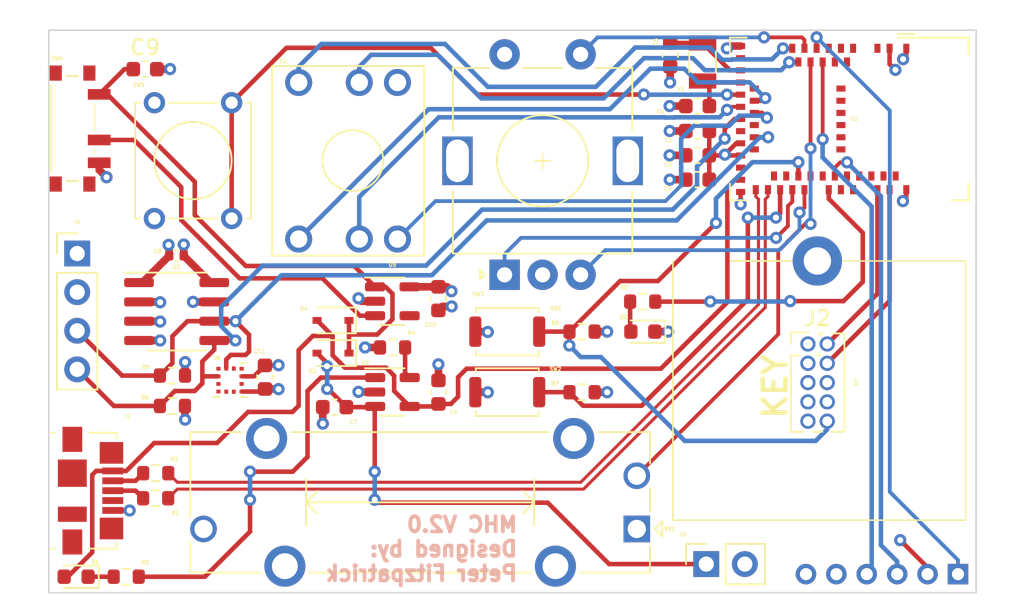
<source format=kicad_pcb>
(kicad_pcb (version 20211014) (generator pcbnew)
  (layers (0 "F.Cu" signal) (1 "In1.Cu" power "GND") (2 "In2.Cu" power "3.3V") (31 "B.Cu" signal) (34 "B.Paste" user) (35 "F.Paste" user) (36 "B.SilkS" user "B.Silkscreen") (37 "F.SilkS" user "F.Silkscreen") (38 "B.Mask" user) (39 "F.Mask" user) (44 "Edge.Cuts" user))
  (net 0 "")
  (net 1 "GND")
  (net 8 "P0.03{slash}AIN1")
  (net 9 "P0.29{slash}AIN5")
  (net 10 "P0.02{slash}AIN0")
  (net 11 "P0.31{slash}AIN7")
  (net 12 "P0.28{slash}AIN4")
  (net 13 "P0.30{slash}AIN6")
  (net 16 "P0.04{slash}AIN2")
  (net 17 "P0.05{slash}AIN3")
  (net 18 "P0.06")
  (net 19 "P0.07")
  (net 22 "+3.3V")
  (net 25 "VBUS")
  (net 26 "Net-(J1-Pad2)")
  (net 27 "Net-(J1-Pad3)")
  (net 29 "P0.13")
  (net 31 "P0.15")
  (net 32 "RESET")
  (net 33 "P0.17")
  (net 34 "P0.19")
  (net 35 "P0.21")
  (net 36 "P0.20")
  (net 37 "P0.23")
  (net 38 "P0.22")
  (net 43 "SWDIO")
  (net 45 "SWCLK")
  (net 53 "Net-(R3-Pad2)")
  (net 54 "+BATT")
  (net 55 "Net-(R4-Pad1)")
  (net 56 "Net-(C5-Pad2)")
  (net 57 "Net-(C9-Pad1)")
  (net 58 "Net-(C6-Pad1)")
  (net 59 "Net-(D1-Pad1)")
  (net 60 "D-")
  (net 61 "D+")
  (net 63 "Net-(SW4-Pad2)")
  (net 64 "SDA")
  (net 65 "SCL")
  (net 78 "Net-(D2-Pad2)")
  (footprint "Package_LGA:Kionix_LGA-12_2x2mm_P0.5mm_LayoutBorder2x4y" (layer "F.Cu") (at 29.9042 44.2896)
    (fp_text reference "U6")
    (fp_text value "MXC6655XA")
  )
  (footprint "Diode_SMD:D_SOD-323" (layer "F.Cu") (at 36.68 40.36 180)
    (fp_text reference "D4")
    (fp_text value "BAT20J")
  )
  (footprint "Package_SO:SOIC-8_3.9x4.9mm_P1.27mm" (layer "F.Cu") (at 26.3906 39.7764)
    (fp_text reference "U3")
    (fp_text value "CAT24C256")
  )
  (footprint "Button_Switch_THT:SW_Tactile_Straight_KSL0Axx1LFTR" (layer "F.Cu") (at 24.93 33.6575 90)
    (fp_text reference "SW5")
    (fp_text value "Button_0")
  )
  (footprint "Resistor_SMD:R_0603_1608Metric" (layer "F.Cu") (at 57.0484 39.124)
    (fp_text reference "R5")
    (fp_text value "1k")
  )
  (footprint "Connector_PinSocket_2.54mm:PinSocket_1x02_P2.54mm_Vertical" (layer "F.Cu") (at 61.23 56.39 90)
    (fp_text reference "J3")
    (fp_text value "BATT")
  )
  (footprint "Crystal:Crystal_SMD_3215-2Pin_3.2x1.5mm" (layer "F.Cu") (at 60.99 23.36 90)
    (fp_text reference "Y1")
    (fp_text value "32.768kHz")
  )
  (footprint "Capacitor_SMD:C_0603_1608Metric" (layer "F.Cu") (at 36.78 46.065 180)
    (fp_text reference "C7")
    (fp_text value "4u7")
  )
  (footprint "Capacitor_SMD:C_0603_1608Metric" (layer "F.Cu") (at 32.2032 44.0944 90)
    (fp_text reference "C11")
    (fp_text value "4u7")
  )
  (footprint "Connector_USB:USB_Micro-B_Molex_47346-0001" (layer "F.Cu") (at 20.73 51.56 -90)
    (fp_text reference "J1")
    (fp_text value "USB_B_Micro")
  )
  (footprint "Resistor_SMD:R_0603_1608Metric" (layer "F.Cu") (at 26.114 45.9874 180)
    (fp_text reference "R8")
    (fp_text value "2k2")
  )
  (footprint "Diode_SMD:D_SOD-323" (layer "F.Cu") (at 36.68 42.51 180)
    (fp_text reference "D3")
    (fp_text value "BAT20J")
  )
  (footprint "Capacitor_SMD:C_0603_1608Metric" (layer "F.Cu") (at 60.66 26.26 180)
    (fp_text reference "C6")
    (fp_text value "15pF")
  )
  (footprint "Package_TO_SOT_SMD:SOT-23-5" (layer "F.Cu") (at 40.585 45.07)
    (fp_text reference "U2")
    (fp_text value "MCP73831-2-OT")
  )
  (footprint "Button_Switch_SMD:SW_Push_SPST_NO_Alps_SKRK" (layer "F.Cu") (at 48.14 45.08)
    (fp_text reference "SW2")
    (fp_text value "BOOT")
  )
  (footprint "Potentiometer_THT:Potentiometer_Bourns_PTA1543_Single_Slide" (layer "F.Cu") (at 56.66 54.0775 180)
    (fp_text reference "RV1")
    (fp_text value "Slider")
  )
  (footprint "Capacitor_SMD:C_0603_1608Metric" (layer "F.Cu") (at 43.61 38.925 -90)
    (fp_text reference "C10")
    (fp_text value "1uF")
  )
  (footprint "LED_SMD:LED_0603_1608Metric" (layer "F.Cu") (at 57.0579 41.0972 180)
    (fp_text reference "D2")
    (fp_text value "Blue")
  )
  (footprint "Rotary_Encoder:RotaryEncoder_Alps_EC11E-Switch_Vertical_H20mm" (layer "F.Cu") (at 47.965 37.36 90)
    (fp_text reference "SW3")
    (fp_text value "RotaryEncoder_Switch")
  )
  (footprint "Resistor_SMD:R_0603_1608Metric" (layer "F.Cu") (at 53.0606 45.085 180)
    (fp_text reference "R7")
    (fp_text value "10k")
  )
  (footprint "Capacitor_SMD:C_0402_1005Metric" (layer "F.Cu") (at 26.38 36.11 180)
    (fp_text reference "C8")
    (fp_text value "100nF")
  )
  (footprint "Resistor_SMD:R_0603_1608Metric" (layer "F.Cu") (at 25.015 50.41 180)
    (fp_text reference "R2")
    (fp_text value "27R")
  )
  (footprint "RF_Module:Raytac_MDBT50Q" (layer "F.Cu") (at 70.64 27.11 -90)
    (fp_text reference "U1")
    (fp_text value "MDBT50Q-P1MV2")
  )
  (footprint "Capacitor_SMD:C_0603_1608Metric" (layer "F.Cu") (at 24.3128 23.8332)
    (fp_text reference "C9")
    (fp_text value "1uF")
  )
  (footprint "Capacitor_SMD:C_0603_1608Metric" (layer "F.Cu") (at 60.655 31.1 180)
    (fp_text reference "C2")
    (fp_text value "10uF")
  )
  (footprint "Capacitor_SMD:C_0603_1608Metric" (layer "F.Cu") (at 43.615 45.08 90)
    (fp_text reference "C4")
    (fp_text value "4u7")
  )
  (footprint "LED_SMD:LED_0603_1608Metric" (layer "F.Cu") (at 19.78 57.22 180)
    (fp_text reference "D1")
    (fp_text value "Yellow")
  )
  (footprint "Button_Switch_SMD:SW_SPDT_PCM12" (layer "F.Cu") (at 19.87 27.74 -90)
    (fp_text reference "SW4")
    (fp_text value "SW_SPDT")
  )
  (footprint "Resistor_SMD:R_0603_1608Metric" (layer "F.Cu") (at 25.01 52.06 180)
    (fp_text reference "R1")
    (fp_text value "27R")
  )
  (footprint "Resistor_SMD:R_0603_1608Metric" (layer "F.Cu") (at 40.595 42.14 180)
    (fp_text reference "R4")
    (fp_text value "2k")
  )
  (footprint "Button_Switch_THT:SKQUCAA010" (layer "F.Cu") (at 37.955 29.8475 90)
    (fp_text reference "S1")
    (fp_text value "5WAY_0")
  )
  (footprint "Capacitor_SMD:C_0603_1608Metric" (layer "F.Cu") (at 60.655 29.5 180)
    (fp_text reference "C3")
    (fp_text value "0.1uF")
  )
  (footprint "Connector_PinHeader_1.27mm:PinHeader_2x05_P1.27mm_Vertical" (layer "F.Cu") (at 67.9196 41.91)
    (fp_text reference "J2")
    (fp_text value "Conn_ARM_JTAG_SWD_10")
  )
  (footprint "Package_TO_SOT_SMD:SOT-23-5" (layer "F.Cu") (at 40.58 39.1)
    (fp_text reference "U5")
    (fp_text value "AP2112K-3.3")
  )
  (footprint "Capacitor_SMD:C_0603_1608Metric" (layer "F.Cu") (at 58.86 22.885 90)
    (fp_text reference "C5")
    (fp_text value "15pF")
  )
  (footprint "Capacitor_SMD:C_0603_1608Metric" (layer "F.Cu") (at 60.66 27.9 180)
    (fp_text reference "C1")
    (fp_text value "10uF")
  )
  (footprint "Connector_PinHeader_2.54mm:PinHeader_1x04_P2.54mm_Vertical" (layer "F.Cu") (at 19.85 35.96)
    (fp_text reference "J4")
    (fp_text value "OLED")
  )
  (footprint "Button_Switch_SMD:SW_Push_SPST_NO_Alps_SKRK" (layer "F.Cu") (at 48.14 41.1)
    (fp_text reference "SW1")
    (fp_text value "RESET")
  )
  (footprint "Resistor_SMD:R_0603_1608Metric" (layer "F.Cu") (at 53.0606 41.0972 180)
    (fp_text reference "R6")
    (fp_text value "10k")
  )
  (footprint "Resistor_SMD:R_0603_1608Metric" (layer "F.Cu") (at 23.075 57.22)
    (fp_text reference "R3")
    (fp_text value "1k")
  )
  (footprint "Resistor_SMD:R_0603_1608Metric" (layer "F.Cu") (at 26.1178 43.9888 180)
    (fp_text reference "R9")
    (fp_text value "2k2")
  )
  (footprint "Potentiometer_THT:JP19-012" (layer "F.Cu") (at 69.19 44.45 -90)
    (fp_text reference "U4")
    (fp_text value "JP19-012")
  )
  (gr_line (start 78.98 58.27) (end 78.98 21.27) (layer "Edge.Cuts") (width 0.1))
  (gr_line (start 17.98 21.27) (end 78.98 21.27) (layer "Edge.Cuts") (width 0.1))
  (gr_line (start 17.98 58.27) (end 17.98 21.27) (layer "Edge.Cuts") (width 0.1))
  (gr_line (start 17.98 58.27) (end 78.98 58.27) (layer "Edge.Cuts") (width 0.1))
  (gr_text "MHC V2.0\nDesigned by: \nPeter Fitzpatrick" (at 48.9204 55.3974) (layer "B.SilkS") (effects (font (size 1 1) (thickness 0.25)) (justify left mirror)))
  (gr_text "KEY" (at 65.7606 44.704 90) (layer "F.SilkS") (effects (font (size 1.5 1.5) (thickness 0.3))))
  (segment (start 21.3 30.46) (end 21.78 30.94) (width 0.5) (layer "F.Cu") (net 1))
  (segment (start 63.49 22.31) (end 62.7445 22.31) (width 0.5) (layer "F.Cu") (net 1))
  (segment (start 59.885 27.9) (end 58.83 27.9) (width 0.5) (layer "F.Cu") (net 1))
  (segment (start 58.8205 26.26) (end 58.82 26.2595) (width 0.5) (layer "F.Cu") (net 1))
  (segment (start 25.0878 23.8332) (end 25.9508 23.8332) (width 0.5) (layer "F.Cu") (net 1))
  (segment (start 23.9156 41.6814) (end 25.3078 41.6814) (width 0.5) (layer "F.Cu") (net 1))
  (segment (start 46.85 45.08) (end 46.86 45.09) (width 0.5) (layer "F.Cu") (net 1))
  (segment (start 59.88 31.1) (end 58.83 31.1) (width 0.5) (layer "F.Cu") (net 1))
  (segment (start 22.19 52.86) (end 23.294228 52.86) (width 0.3) (layer "F.Cu") (net 1))
  (segment (start 38.550327 39.1) (end 38.354541 38.904214) (width 0.5) (layer "F.Cu") (net 1))
  (segment (start 46.84 41.1) (end 46.86 41.12) (width 0.5) (layer "F.Cu") (net 1))
  (segment (start 39.4425 39.1) (end 38.550327 39.1) (width 0.5) (layer "F.Cu") (net 1))
  (segment (start 23.9156 37.8714) (end 24.1386 37.8714) (width 0.5) (layer "F.Cu") (net 1))
  (segment (start 74.39 32.29) (end 74.39 31.76) (width 0.3) (layer "F.Cu") (net 1))
  (segment (start 57.8454 41.0972) (end 58.7248 41.0972) (width 0.5) (layer "F.Cu") (net 1))
  (segment (start 43.615 44.305) (end 43.615 43.255) (width 0.5) (layer "F.Cu") (net 1))
  (segment (start 25.9 35.430989) (end 25.860734 35.391723) (width 0.5) (layer "F.Cu") (net 1))
  (segment (start 21.3 29.99) (end 21.3 30.46) (width 0.5) (layer "F.Cu") (net 1))
  (segment (start 23.9156 40.4114) (end 25.2824 40.4114) (width 0.5) (layer "F.Cu") (net 1))
  (segment (start 33.0838 43.3194) (end 33.0962 43.307) (width 0.3) (layer "F.Cu") (net 1))
  (segment (start 59.885 26.26) (end 58.8205 26.26) (width 0.5) (layer "F.Cu") (net 1))
  (segment (start 36.005 46.065) (end 36.005 47.145) (width 0.5) (layer "F.Cu") (net 1))
  (segment (start 75.79 56.613) (end 73.9902 54.8132) (width 0.3) (layer "F.Cu") (net 1))
  (segment (start 58.86 23.66) (end 58.86 24.7) (width 0.5) (layer "F.Cu") (net 1))
  (segment (start 38.7872 42.14) (end 38.7858 42.1386) (width 0.5) (layer "F.Cu") (net 1))
  (segment (start 39.77 42.14) (end 38.7872 42.14) (width 0.5) (layer "F.Cu") (net 1))
  (segment (start 62.7445 22.31) (end 62.59 22.4645) (width 0.5) (layer "F.Cu") (net 1))
  (segment (start 32.2032 43.3194) (end 33.0838 43.3194) (width 0.3) (layer "F.Cu") (net 1))
  (segment (start 63.49 31.91) (end 63.49 32.72) (width 0.3) (layer "F.Cu") (net 1))
  (segment (start 46.04 41.1) (end 46.84 41.1) (width 0.5) (layer "F.Cu") (net 1))
  (segment (start 43.615 43.255) (end 43.61 43.25) (width 0.5) (layer "F.Cu") (net 1))
  (segment (start 36.005 47.145) (end 36.01 47.15) (width 0.5) (layer "F.Cu") (net 1))
  (segment (start 59.88 29.5) (end 58.82 29.5) (width 0.5) (layer "F.Cu") (net 1))
  (segment (start 43.870557 39.439443) (end 43.61 39.7) (width 0.5) (layer "F.Cu") (net 1))
  (segment (start 46.04 45.08) (end 46.85 45.08) (width 0.5) (layer "F.Cu") (net 1))
  (segment (start 28.8656 39.1414) (end 27.4668 39.1414) (width 0.5) (layer "F.Cu") (net 1))
  (segment (start 25.2824 40.4114) (end 25.3078 40.4368) (width 0.5) (layer "F.Cu") (net 1))
  (segment (start 74.168 32.512) (end 74.39 32.29) (width 0.3) (layer "F.Cu") (net 1))
  (segment (start 25.9508 23.8332) (end 25.9588 23.8252) (width 0.5) (layer "F.Cu") (net 1))
  (segment (start 74.39 22.46) (end 74.39 22.963954) (width 0.3) (layer "F.Cu") (net 1))
  (segment (start 25.2824 39.1414) (end 25.3078 39.1668) (width 0.5) (layer "F.Cu") (net 1))
  (segment (start 25.9 36.11) (end 25.9 35.430989) (width 0.5) (layer "F.Cu") (net 1))
  (segment (start 58.86 24.7) (end 58.85 24.71) (width 0.5) (layer "F.Cu") (net 1))
  (segment (start 38.3644 45.07) (end 38.354 45.0596) (width 0.5) (layer "F.Cu") (net 1))
  (segment (start 75.79 57.05) (end 75.79 56.613) (width 0.3) (layer "F.Cu") (net 1))
  (segment (start 23.294228 52.86) (end 23.298491 52.864263) (width 0.3) (layer "F.Cu") (net 1))
  (segment (start 73.29 23.4955) (end 73.6745 23.88) (width 0.3) (layer "F.Cu") (net 1))
  (segment (start 44.480983 39.439443) (end 43.870557 39.439443) (width 0.5) (layer "F.Cu") (net 1))
  (segment (start 23.9156 39.1414) (end 25.2824 39.1414) (width 0.5) (layer "F.Cu") (net 1))
  (segment (start 74.39 22.963954) (end 74.178749 23.175205) (width 0.3) (layer "F.Cu") (net 1))
  (segment (start 31.483 44.0396) (end 32.2032 43.3194) (width 0.3) (layer "F.Cu") (net 1))
  (segment (start 73.29 22.46) (end 73.29 23.4955) (width 0.3) (layer "F.Cu") (net 1))
  (segment (start 30.7192 44.0396) (end 31.483 44.0396) (width 0.3) (layer "F.Cu") (net 1))
  (segment (start 39.4475 45.07) (end 38.3644 45.07) (width 0.5) (layer "F.Cu") (net 1))
  (segment (start 24.1386 37.8714) (end 25.9 36.11) (width 0.5) (layer "F.Cu") (net 1))
  (via (at 21.78 30.94) (size 0.8) (drill 0.4) (layers "F.Cu" "B.Cu") (net 1))
  (via (at 46.86 45.09) (size 0.8) (drill 0.4) (layers "F.Cu" "B.Cu") (net 1))
  (via (at 58.83 31.1) (size 0.8) (drill 0.4) (layers "F.Cu" "B.Cu") (net 1))
  (via (at 74.168 32.512) (size 0.8) (drill 0.4) (layers "F.Cu" "B.Cu") (net 1))
  (via (at 25.3078 40.4368) (size 0.8) (drill 0.4) (layers "F.Cu" "B.Cu") (net 1))
  (via (at 38.7858 42.1386) (size 0.8) (drill 0.4) (layers "F.Cu" "B.Cu") (net 1))
  (via (at 73.6745 23.88) (size 0.8) (drill 0.4) (layers "F.Cu" "B.Cu") (net 1))
  (via (at 58.83 27.9) (size 0.8) (drill 0.4) (layers "F.Cu" "B.Cu") (net 1))
  (via (at 36.01 47.15) (size 0.8) (drill 0.4) (layers "F.Cu" "B.Cu") (net 1))
  (via (at 44.480983 39.439443) (size 0.8) (drill 0.4) (layers "F.Cu" "B.Cu") (net 1))
  (via (at 25.3078 39.1668) (size 0.8) (drill 0.4) (layers "F.Cu" "B.Cu") (net 1))
  (via (at 43.61 43.25) (size 0.8) (drill 0.4) (layers "F.Cu" "B.Cu") (net 1))
  (via (at 58.85 24.71) (size 0.8) (drill 0.4) (layers "F.Cu" "B.Cu") (net 1))
  (via (at 58.82 26.2595) (size 0.8) (drill 0.4) (layers "F.Cu" "B.Cu") (net 1))
  (via (at 33.0962 43.307) (size 0.8) (drill 0.4) (layers "F.Cu" "B.Cu") (net 1))
  (via (at 25.9588 23.8252) (size 0.8) (drill 0.4) (layers "F.Cu" "B.Cu") (net 1))
  (via (at 74.178749 23.175205) (size 0.8) (drill 0.4) (layers "F.Cu" "B.Cu") (net 1))
  (via (at 46.86 41.12) (size 0.8) (drill 0.4) (layers "F.Cu" "B.Cu") (net 1))
  (via (at 58.82 29.5) (size 0.8) (drill 0.4) (layers "F.Cu" "B.Cu") (net 1))
  (via (at 38.354541 38.904214) (size 0.8) (drill 0.4) (layers "F.Cu" "B.Cu") (net 1))
  (via (at 58.7248 41.0972) (size 0.8) (drill 0.4) (layers "F.Cu" "B.Cu") (net 1))
  (via (at 63.49 32.72) (size 0.8) (drill 0.4) (layers "F.Cu" "B.Cu") (net 1))
  (via (at 73.9902 54.8132) (size 0.8) (drill 0.4) (layers "F.Cu" "B.Cu") (net 1))
  (via (at 38.354 45.0596) (size 0.8) (drill 0.4) (layers "F.Cu" "B.Cu") (net 1))
  (via (at 62.59 22.4645) (size 0.8) (drill 0.4) (layers "F.Cu" "B.Cu") (net 1))
  (via (at 23.298491 52.864263) (size 0.8) (drill 0.4) (layers "F.Cu" "B.Cu") (net 1))
  (via (at 25.860734 35.391723) (size 0.8) (drill 0.4) (layers "F.Cu" "B.Cu") (net 1))
  (via (at 25.3078 41.6814) (size 0.8) (drill 0.4) (layers "F.Cu" "B.Cu") (net 1))
  (via (at 27.4668 39.1414) (size 0.8) (drill 0.4) (layers "F.Cu" "B.Cu") (net 1))
  (segment (start 68.89 28.436997) (end 68.888356 28.438641) (width 0.25) (layer "F.Cu") (net 8))
  (segment (start 68.89 23.36) (end 68.89 28.436997) (width 0.25) (layer "F.Cu") (net 8))
  (via (at 68.888356 28.438641) (size 0.8) (drill 0.4) (layers "F.Cu" "B.Cu") (net 8))
  (segment (start 72.1106 32.8676) (end 68.8848 29.6418) (width 0.3) (layer "B.Cu") (net 8))
  (segment (start 72.1106 56.7294) (end 72.1106 32.8676) (width 0.3) (layer "B.Cu") (net 8))
  (segment (start 68.8848 29.6418) (end 68.8848 28.442197) (width 0.3) (layer "B.Cu") (net 8))
  (segment (start 71.79 57.05) (end 72.1106 56.7294) (width 0.3) (layer "B.Cu") (net 8))
  (segment (start 68.8848 28.442197) (end 68.888356 28.438641) (width 0.3) (layer "B.Cu") (net 8))
  (segment (start 68.49 22.46) (end 68.49 21.74) (width 0.25) (layer "F.Cu") (net 9))
  (via (at 68.49 21.74) (size 0.8) (drill 0.4) (layers "F.Cu" "B.Cu") (net 9))
  (segment (start 73.3044 26.5544) (end 68.49 21.74) (width 0.25) (layer "B.Cu") (net 9))
  (segment (start 77.79 57.05) (end 77.79 56.1238) (width 0.25) (layer "B.Cu") (net 9))
  (segment (start 77.79 56.1238) (end 73.3044 51.6382) (width 0.25) (layer "B.Cu") (net 9))
  (segment (start 73.3044 51.6382) (end 73.3044 26.5544) (width 0.25) (layer "B.Cu") (net 9))
  (segment (start 66.0974 35.655) (end 65.9638 35.7886) (width 0.25) (layer "F.Cu") (net 10))
  (segment (start 67.7424 34.01) (end 66.545 35.2074) (width 0.25) (layer "F.Cu") (net 10))
  (segment (start 65.9638 41.2737) (end 56.66 50.5775) (width 0.25) (layer "F.Cu") (net 10))
  (segment (start 66.545 35.2074) (end 66.545 35.230305) (width 0.25) (layer "F.Cu") (net 10))
  (segment (start 65.9638 35.7886) (end 65.9638 41.2737) (width 0.25) (layer "F.Cu") (net 10))
  (segment (start 68.09 34.01) (end 67.7424 34.01) (width 0.25) (layer "F.Cu") (net 10))
  (segment (start 66.120305 35.655) (end 66.0974 35.655) (width 0.25) (layer "F.Cu") (net 10))
  (segment (start 68.09 23.36) (end 68.09 29.04) (width 0.25) (layer "F.Cu") (net 10))
  (segment (start 66.545 35.230305) (end 66.120305 35.655) (width 0.25) (layer "F.Cu") (net 10))
  (via (at 68.09 29.04) (size 0.8) (drill 0.4) (layers "F.Cu" "B.Cu") (net 10))
  (via (at 68.09 34.01) (size 0.8) (drill 0.4) (layers "F.Cu" "B.Cu") (net 10))
  (segment (start 68.09 29.04) (end 68.09 34.01) (width 0.25) (layer "B.Cu") (net 10))
  (segment (start 65.03 21.74) (end 67.52 21.74) (width 0.25) (layer "F.Cu") (net 11))
  (segment (start 67.69 21.91) (end 67.69 22.46) (width 0.25) (layer "F.Cu") (net 11))
  (segment (start 67.52 21.74) (end 67.69 21.91) (width 0.25) (layer "F.Cu") (net 11))
  (via (at 65.03 21.74) (size 0.8) (drill 0.4) (layers "F.Cu" "B.Cu") (net 11))
  (segment (start 65.03 21.74) (end 54.085 21.74) (width 0.25) (layer "B.Cu") (net 11))
  (segment (start 54.085 21.74) (end 52.965 22.86) (width 0.25) (layer "B.Cu") (net 11))
  (segment (start 67.29 23.36) (end 66.704222 23.36) (width 0.3) (layer "F.Cu") (net 12))
  (segment (start 66.704222 23.36) (end 66.68671 23.377512) (width 0.3) (layer "F.Cu") (net 12))
  (via (at 66.68671 23.377512) (size 0.8) (drill 0.4) (layers "F.Cu" "B.Cu") (net 12))
  (segment (start 57.1286 23.11) (end 54.483 25.7556) (width 0.3) (layer "B.Cu") (net 12))
  (segment (start 66.68671 23.377512) (end 66.682488 23.377512) (width 0.3) (layer "B.Cu") (net 12))
  (segment (start 46.4312 25.7556) (end 43.561 22.8854) (width 0.3) (layer "B.Cu") (net 12))
  (segment (start 60.35 23.11) (end 57.1286 23.11) (width 0.3) (layer "B.Cu") (net 12))
  (segment (start 61.14 23.9) (end 60.35 23.11) (width 0.3) (layer "B.Cu") (net 12))
  (segment (start 38.405 23.6726) (end 38.405 24.7075) (width 0.3) (layer "B.Cu") (net 12))
  (segment (start 39.1922 22.8854) (end 38.405 23.6726) (width 0.3) (layer "B.Cu") (net 12))
  (segment (start 66.16 23.9) (end 61.14 23.9) (width 0.3) (layer "B.Cu") (net 12))
  (segment (start 54.483 25.7556) (end 46.4312 25.7556) (width 0.3) (layer "B.Cu") (net 12))
  (segment (start 43.561 22.8854) (end 39.1922 22.8854) (width 0.3) (layer "B.Cu") (net 12))
  (segment (start 66.682488 23.377512) (end 66.16 23.9) (width 0.3) (layer "B.Cu") (net 12))
  (segment (start 66.2845 22.46) (end 66.28 22.4645) (width 0.25) (layer "F.Cu") (net 13))
  (segment (start 66.89 22.46) (end 66.2845 22.46) (width 0.25) (layer "F.Cu") (net 13))
  (via (at 66.28 22.4645) (size 0.8) (drill 0.4) (layers "F.Cu" "B.Cu") (net 13))
  (segment (start 62.279339 23.2145) (end 61.474839 22.41) (width 0.3) (layer "B.Cu") (net 13))
  (segment (start 53.975 24.9936) (end 46.863 24.9936) (width 0.3) (layer "B.Cu") (net 13))
  (segment (start 46.863 24.9936) (end 44.0436 22.1742) (width 0.3) (layer "B.Cu") (net 13))
  (segment (start 44.0436 22.1742) (end 35.9156 22.1742) (width 0.3) (layer "B.Cu") (net 13))
  (segment (start 62.925661 23.1895) (end 62.900661 23.2145) (width 0.3) (layer "B.Cu") (net 13))
  (segment (start 66.28 22.4645) (end 65.555 23.1895) (width 0.3) (layer "B.Cu") (net 13))
  (segment (start 34.42 23.6698) (end 34.42 24.7075) (width 0.3) (layer "B.Cu") (net 13))
  (segment (start 35.9156 22.1742) (end 34.42 23.6698) (width 0.3) (layer "B.Cu") (net 13))
  (segment (start 56.5586 22.41) (end 53.975 24.9936) (width 0.3) (layer "B.Cu") (net 13))
  (segment (start 65.555 23.1895) (end 62.925661 23.1895) (width 0.3) (layer "B.Cu") (net 13))
  (segment (start 62.900661 23.2145) (end 62.279339 23.2145) (width 0.3) (layer "B.Cu") (net 13))
  (segment (start 61.474839 22.41) (end 56.5586 22.41) (width 0.3) (layer "B.Cu") (net 13))
  (segment (start 43.1038 22.4282) (end 33.6193 22.4282) (width 0.3) (layer "F.Cu") (net 16))
  (segment (start 33.6193 22.4282) (end 30.01 26.0375) (width 0.3) (layer "F.Cu") (net 16))
  (segment (start 46.1772 25.5016) (end 43.1038 22.4282) (width 0.3) (layer "F.Cu") (net 16))
  (segment (start 63.49 25.51) (end 62.59 25.51) (width 0.3) (layer "F.Cu") (net 16))
  (segment (start 57.1246 25.5016) (end 46.1772 25.5016) (width 0.3) (layer "F.Cu") (net 16))
  (segment (start 30.01 26.0375) (end 30.01 33.6575) (width 0.3) (layer "F.Cu") (net 16))
  (via (at 57.1246 25.5016) (size 0.8) (drill 0.4) (layers "F.Cu" "B.Cu") (net 16))
  (via (at 62.59 25.51) (size 0.8) (drill 0.4) (layers "F.Cu" "B.Cu") (net 16))
  (segment (start 62.59 25.51) (end 57.133 25.51) (width 0.3) (layer "B.Cu") (net 16))
  (segment (start 57.133 25.51) (end 57.1246 25.5016) (width 0.3) (layer "B.Cu") (net 16))
  (segment (start 64.937824 25.91) (end 64.39 25.91) (width 0.3) (layer "F.Cu") (net 17))
  (segment (start 65.113912 25.733912) (end 64.937824 25.91) (width 0.3) (layer "F.Cu") (net 17))
  (via (at 65.113912 25.733912) (size 0.8) (drill 0.4) (layers "F.Cu" "B.Cu") (net 17))
  (segment (start 54.8894 26.4668) (end 42.9607 26.4668) (width 0.3) (layer "B.Cu") (net 17))
  (segment (start 57.5562 23.8) (end 54.8894 26.4668) (width 0.3) (layer "B.Cu") (net 17))
  (segment (start 64.075 24.695) (end 60.675 24.695) (width 0.3) (layer "B.Cu") (net 17))
  (segment (start 42.9607 26.4668) (end 34.42 35.0075) (width 0.3) (layer "B.Cu") (net 17))
  (segment (start 60.675 24.695) (end 59.78 23.8) (width 0.3) (layer "B.Cu") (net 17))
  (segment (start 59.78 23.8) (end 57.5562 23.8) (width 0.3) (layer "B.Cu") (net 17))
  (segment (start 65.113912 25.733912) (end 64.075 24.695) (width 0.3) (layer "B.Cu") (net 17))
  (segment (start 63.49 26.31) (end 62.800669 26.31) (width 0.25) (layer "F.Cu") (net 18))
  (segment (start 62.800669 26.31) (end 62.60123 26.509439) (width 0.25) (layer "F.Cu") (net 18))
  (via (at 62.60123 26.509439) (size 0.8) (drill 0.4) (layers "F.Cu" "B.Cu") (net 18))
  (segment (start 62.60123 26.509439) (end 62.110469 27.0002) (width 0.3) (layer "B.Cu") (net 18))
  (segment (start 59.130661 27.0095) (end 58.509339 27.0095) (width 0.3) (layer "B.Cu") (net 18))
  (segment (start 58.509339 27.0095) (end 58.500039 27.0002) (width 0.3) (layer "B.Cu") (net 18))
  (segment (start 38.405 32.2324) (end 38.405 35.0075) (width 0.3) (layer "B.Cu") (net 18))
  (segment (start 59.139961 27.0002) (end 59.130661 27.0095) (width 0.3) (layer "B.Cu") (net 18))
  (segment (start 58.500039 27.0002) (end 43.6372 27.0002) (width 0.3) (layer "B.Cu") (net 18))
  (segment (start 43.6372 27.0002) (end 38.405 32.2324) (width 0.3) (layer "B.Cu") (net 18))
  (segment (start 62.110469 27.0002) (end 59.139961 27.0002) (width 0.3) (layer "B.Cu") (net 18))
  (segment (start 64.901652 26.71) (end 65.218326 27.026674) (width 0.3) (layer "F.Cu") (net 19))
  (segment (start 64.39 26.71) (end 64.901652 26.71) (width 0.3) (layer "F.Cu") (net 19))
  (via (at 65.218326 27.026674) (size 0.8) (drill 0.4) (layers "F.Cu" "B.Cu") (net 19))
  (segment (start 60.4342 27.5514) (end 59.58 28.4056) (width 0.3) (layer "B.Cu") (net 19))
  (segment (start 65.083006 26.891354) (end 63.405646 26.891354) (width 0.3) (layer "B.Cu") (net 19))
  (segment (start 59.58 28.4056) (end 59.58 31.479) (width 0.3) (layer "B.Cu") (net 19))
  (segment (start 43.4155 32.512) (end 40.92 35.0075) (width 0.25) (layer "B.Cu") (net 19))
  (segment (start 62.7456 27.5514) (end 60.4342 27.5514) (width 0.3) (layer "B.Cu") (net 19))
  (segment (start 65.218326 27.026674) (end 65.083006 26.891354) (width 0.3) (layer "B.Cu") (net 19))
  (segment (start 59.58 31.479) (end 59.555 31.504) (width 0.3) (layer "B.Cu") (net 19))
  (segment (start 58.547 32.512) (end 43.4155 32.512) (width 0.25) (layer "B.Cu") (net 19))
  (segment (start 59.555 31.504) (end 58.547 32.512) (width 0.25) (layer "B.Cu") (net 19))
  (segment (start 63.405646 26.891354) (end 62.7456 27.5514) (width 0.3) (layer "B.Cu") (net 19))
  (segment (start 54.7116 45.085) (end 53.8856 45.085) (width 0.5) (layer "F.Cu") (net 22))
  (segment (start 54.7116 41.0972) (end 53.8856 41.0972) (width 0.5) (layer "F.Cu") (net 22))
  (segment (start 61.43 29.5) (end 61.43 27.905) (width 0.3) (layer "F.Cu") (net 22))
  (segment (start 26.9428 43.9888) (end 26.9428 43.1104) (width 0.5) (layer "F.Cu") (net 22))
  (segment (start 44.47 38.44) (end 44.18 38.15) (width 0.5) (layer "F.Cu") (net 22))
  (segment (start 28.6214 37.8714) (end 26.86 36.11) (width 0.5) (layer "F.Cu") (net 22))
  (segment (start 26.939 45.9874) (end 26.939 46.878) (width 0.5) (layer "F.Cu") (net 22))
  (segment (start 63.2 28.71) (end 62.455 29.455) (width 0.3) (layer "F.Cu") (net 22))
  (segment (start 62.455 29.455) (end 62.4 29.51) (width 0.3) (layer "F.Cu") (net 22))
  (segment (start 33.0838 44.8694) (end 33.0962 44.8818) (width 0.3) (layer "F.Cu") (net 22))
  (segment (start 32.033 45.0396) (end 32.2032 44.8694) (width 0.3) (layer "F.Cu") (net 22))
  (segment (start 41.7175 38.15) (end 43.61 38.15) (width 0.5) (layer "F.Cu") (net 22))
  (segment (start 26.86 36.11) (end 26.86 35.37) (width 0.5) (layer "F.Cu") (net 22))
  (segment (start 63.49 28.71) (end 63.2 28.71) (width 0.3) (layer "F.Cu") (net 22))
  (segment (start 26.939 46.878) (end 26.9494 46.8884) (width 0.5) (layer "F.Cu") (net 22))
  (segment (start 61.44 29.51) (end 61.43 29.5) (width 0.3) (layer "F.Cu") (net 22))
  (segment (start 44.18 38.15) (end 43.61 38.15) (width 0.5) (layer "F.Cu") (net 22))
  (segment (start 61.43 29.5) (end 61.43 31.1) (width 0.3) (layer "F.Cu") (net 22))
  (segment (start 30.7192 45.0396) (end 32.033 45.0396) (width 0.3) (layer "F.Cu") (net 22))
  (segment (start 62.4 29.51) (end 61.44 29.51) (width 0.3) (layer "F.Cu") (net 22))
  (segment (start 26.9428 43.1104) (end 26.9494 43.1038) (width 0.5) (layer "F.Cu") (net 22))
  (segment (start 28.8656 37.8714) (end 28.6214 37.8714) (width 0.5) (layer "F.Cu") (net 22))
  (segment (start 32.2032 44.8694) (end 33.0838 44.8694) (width 0.5) (layer "F.Cu") (net 22))
  (segment (start 63.49 29.51) (end 62.4 29.51) (width 0.3) (layer "F.Cu") (net 22))
  (segment (start 61.43 27.905) (end 61.435 27.9) (width 0.3) (layer "F.Cu") (net 22))
  (via (at 54.7116 45.085) (size 0.8) (drill 0.4) (layers "F.Cu" "B.Cu") (net 22))
  (via (at 54.7116 41.0972) (size 0.8) (drill 0.4) (layers "F.Cu" "B.Cu") (net 22))
  (via (at 44.47 38.44) (size 0.8) (drill 0.4) (layers "F.Cu" "B.Cu") (net 22))
  (via (at 33.0962 44.8818) (size 0.8) (drill 0.4) (layers "F.Cu" "B.Cu") (net 22))
  (via (at 26.86 35.37) (size 0.8) (drill 0.4) (layers "F.Cu" "B.Cu") (net 22))
  (via (at 62.455 29.455) (size 0.8) (drill 0.4) (layers "F.Cu" "B.Cu") (net 22))
  (via (at 26.9494 43.1038) (size 0.8) (drill 0.4) (layers "F.Cu" "B.Cu") (net 22))
  (via (at 26.9494 46.8884) (size 0.8) (drill 0.4) (layers "F.Cu" "B.Cu") (net 22))
  (segment (start 34.417 45.974) (end 34.0106 46.3804) (width 0.3) (layer "F.Cu") (net 25))
  (segment (start 20.84 50.52) (end 20.84 55.614) (width 0.3) (layer "F.Cu") (net 25))
  (segment (start 36.65 42.655) (end 37.465 43.47) (width 0.3) (layer "F.Cu") (net 25))
  (segment (start 40.7 44.9975) (end 41.7225 46.02) (width 0.3) (layer "F.Cu") (net 25))
  (segment (start 40.7 44.002893) (end 40.7 44.9975) (width 0.3) (layer "F.Cu") (net 25))
  (segment (start 19.234 57.22) (end 18.9925 57.22) (width 0.3) (layer "F.Cu") (net 25))
  (segment (start 35.3534 41.38) (end 34.417 42.3164) (width 0.3) (layer "F.Cu") (net 25))
  (segment (start 44.9072 44.0944) (end 45.466 43.5356) (width 0.3) (layer "F.Cu") (net 25))
  (segment (start 22.19 50.26) (end 21.1 50.26) (width 0.3) (layer "F.Cu") (net 25))
  (segment (start 23.08 50.26) (end 22.19 50.26) (width 0.3) (layer "F.Cu") (net 25))
  (segment (start 36.65 41.38) (end 36.65 42.655) (width 0.3) (layer "F.Cu") (net 25))
  (segment (start 36.65 41.38) (end 35.3534 41.38) (width 0.3) (layer "F.Cu") (net 25))
  (segment (start 62.62 31.61) (end 63.12 31.11) (width 0.3) (layer "F.Cu") (net 25))
  (segment (start 63.12 31.11) (end 63.49 31.11) (width 0.3) (layer "F.Cu") (net 25))
  (segment (start 21.1 50.26) (end 20.84 50.52) (width 0.3) (layer "F.Cu") (net 25))
  (segment (start 43.45 46.02) (end 43.615 45.855) (width 0.3) (layer "F.Cu") (net 25))
  (segment (start 45.466 43.5356) (end 58.2422 43.5356) (width 0.3) (layer "F.Cu") (net 25))
  (segment (start 62.62 39.1578) (end 62.62 31.61) (width 0.3) (layer "F.Cu") (net 25))
  (segment (start 24.915 48.425) (end 23.08 50.26) (width 0.3) (layer "F.Cu") (net 25))
  (segment (start 44.9072 45.3771) (end 44.9072 44.0944) (width 0.3) (layer "F.Cu") (net 25))
  (segment (start 43.615 45.855) (end 44.4293 45.855) (width 0.3) (layer "F.Cu") (net 25))
  (segment (start 34.417 42.3164) (end 34.417 45.974) (width 0.3) (layer "F.Cu") (net 25))
  (segment (start 44.4293 45.855) (end 44.9072 45.3771) (width 0.3) (layer "F.Cu") (net 25))
  (segment (start 20.84 55.614) (end 19.234 57.22) (width 0.3) (layer "F.Cu") (net 25))
  (segment (start 58.2422 43.5356) (end 62.62 39.1578) (width 0.3) (layer "F.Cu") (net 25))
  (segment (start 35.63 40.36) (end 36.65 41.38) (width 0.3) (layer "F.Cu") (net 25))
  (segment (start 37.465 43.47) (end 40.167107 43.47) (width 0.3) (layer "F.Cu") (net 25))
  (segment (start 40.167107 43.47) (end 40.7 44.002893) (width 0.3) (layer "F.Cu") (net 25))
  (segment (start 41.7225 46.02) (end 43.45 46.02) (width 0.3) (layer "F.Cu") (net 25))
  (segment (start 29.045 48.425) (end 24.915 48.425) (width 0.3) (layer "F.Cu") (net 25))
  (segment (start 31.0896 46.3804) (end 29.045 48.425) (width 0.3) (layer "F.Cu") (net 25))
  (segment (start 34.0106 46.3804) (end 31.0896 46.3804) (width 0.3) (layer "F.Cu") (net 25))
  (segment (start 24.19 50.41) (end 23.69 50.91) (width 0.3) (layer "F.Cu") (net 26))
  (segment (start 23.69 50.91) (end 22.19 50.91) (width 0.3) (layer "F.Cu") (net 26))
  (segment (start 23.685 51.56) (end 24.185 52.06) (width 0.3) (layer "F.Cu") (net 27))
  (segment (start 23.685 51.56) (end 22.19 51.56) (width 0.3) (layer "F.Cu") (net 27))
  (segment (start 65.8145 33.6) (end 66.09 33.3245) (width 0.3) (layer "F.Cu") (net 29))
  (segment (start 63.9655 33.599149) (end 63.9655 38.9807) (width 0.3) (layer "F.Cu") (net 29))
  (segment (start 66.09 33.3245) (end 66.09 31.76) (width 0.3) (layer "F.Cu") (net 29))
  (segment (start 52.2306 45.08) (end 50.24 45.08) (width 0.3) (layer "F.Cu") (net 29))
  (segment (start 53.1246 45.974) (end 52.2356 45.085) (width 0.3) (layer "F.Cu") (net 29))
  (segment (start 63.9655 38.9807) (end 56.9722 45.974) (width 0.3) (layer "F.Cu") (net 29))
  (segment (start 52.2356 45.085) (end 52.2306 45.08) (width 0.3) (layer "F.Cu") (net 29))
  (segment (start 56.9722 45.974) (end 53.1246 45.974) (width 0.3) (layer "F.Cu") (net 29))
  (via (at 63.9655 33.599149) (size 0.8) (drill 0.4) (layers "F.Cu" "B.Cu") (net 29))
  (via (at 65.8145 33.6) (size 0.8) (drill 0.4) (layers "F.Cu" "B.Cu") (net 29))
  (segment (start 65.8145 33.6) (end 63.966351 33.6) (width 0.3) (layer "B.Cu") (net 29))
  (segment (start 63.966351 33.6) (end 63.9655 33.599149) (width 0.3) (layer "B.Cu") (net 29))
  (segment (start 66.6 34.15) (end 65.82 34.93) (width 0.25) (layer "F.Cu") (net 31))
  (segment (start 66.89 31.76) (end 66.89 32.55) (width 0.25) (layer "F.Cu") (net 31))
  (segment (start 66.6 32.84) (end 66.6 34.15) (width 0.25) (layer "F.Cu") (net 31))
  (segment (start 66.89 32.55) (end 66.6 32.84) (width 0.25) (layer "F.Cu") (net 31))
  (via (at 65.82 34.93) (size 0.8) (drill 0.4) (layers "F.Cu" "B.Cu") (net 31))
  (segment (start 49.0424 34.93) (end 47.965 36.0074) (width 0.25) (layer "B.Cu") (net 31))
  (segment (start 47.965 36.0074) (end 47.965 37.36) (width 0.25) (layer "B.Cu") (net 31))
  (segment (start 65.82 34.93) (end 49.0424 34.93) (width 0.25) (layer "B.Cu") (net 31))
  (segment (start 52.2224 41.1104) (end 52.2356 41.0972) (width 0.3) (layer "F.Cu") (net 32))
  (segment (start 50.2428 41.0972) (end 50.24 41.1) (width 0.3) (layer "F.Cu") (net 32))
  (segment (start 58.049631 37.7698) (end 55.563 37.7698) (width 0.3) (layer "F.Cu") (net 32))
  (segment (start 67.29 29.95) (end 67.29 30.86) (width 0.3) (layer "F.Cu") (net 32))
  (segment (start 52.2356 41.0972) (end 50.2428 41.0972) (width 0.3) (layer "F.Cu") (net 32))
  (segment (start 55.563 37.7698) (end 52.2356 41.0972) (width 0.3) (layer "F.Cu") (net 32))
  (segment (start 52.2224 42.0116) (end 52.2224 41.1104) (width 0.3) (layer "F.Cu") (net 32))
  (segment (start 61.8705 33.948931) (end 58.049631 37.7698) (width 0.3) (layer "F.Cu") (net 32))
  (via (at 52.2224 42.0116) (size 0.8) (drill 0.4) (layers "F.Cu" "B.Cu") (net 32))
  (via (at 61.8705 33.948931) (size 0.8) (drill 0.4) (layers "F.Cu" "B.Cu") (net 32))
  (via (at 67.29 29.95) (size 0.8) (drill 0.4) (layers "F.Cu" "B.Cu") (net 32))
  (segment (start 69.1896 47.5234) (end 68.4276 48.2854) (width 0.3) (layer "B.Cu") (net 32))
  (segment (start 52.9844 42.7736) (end 52.2224 42.0116) (width 0.3) (layer "B.Cu") (net 32))
  (segment (start 61.8705 33.948931) (end 61.8705 32.3495) (width 0.3) (layer "B.Cu") (net 32))
  (segment (start 54.3052 42.7736) (end 52.9844 42.7736) (width 0.3) (layer "B.Cu") (net 32))
  (segment (start 69.1896 46.99) (end 69.1896 47.5234) (width 0.3) (layer "B.Cu") (net 32))
  (segment (start 61.8705 32.3495) (end 64.27 29.95) (width 0.3) (layer "B.Cu") (net 32))
  (segment (start 68.4276 48.2854) (end 59.817 48.2854) (width 0.3) (layer "B.Cu") (net 32))
  (segment (start 59.817 48.2854) (end 54.3052 42.7736) (width 0.3) (layer "B.Cu") (net 32))
  (segment (start 64.27 29.95) (end 67.29 29.95) (width 0.3) (layer "B.Cu") (net 32))
  (segment (start 67.69 31.76) (end 67.69 32.937832) (width 0.25) (layer "F.Cu") (net 33))
  (segment (start 67.69 32.937832) (end 67.3655 33.262332) (width 0.25) (layer "F.Cu") (net 33))
  (via (at 67.3655 33.262332) (size 0.8) (drill 0.4) (layers "F.Cu" "B.Cu") (net 33))
  (segment (start 67.3655 33.262332) (end 67.3655 34.409805) (width 0.25) (layer "B.Cu") (net 33))
  (segment (start 67.3655 34.409805) (end 66.037505 35.7378) (width 0.25) (layer "B.Cu") (net 33))
  (segment (start 66.037505 35.7378) (end 54.5872 35.7378) (width 0.25) (layer "B.Cu") (net 33))
  (segment (start 54.5872 35.7378) (end 52.965 37.36) (width 0.25) (layer "B.Cu") (net 33))
  (segment (start 71.5264 37.8206) (end 71.5264 34.5948) (width 0.3) (layer "F.Cu") (net 36))
  (segment (start 66.7512 39.0906) (end 70.2564 39.0906) (width 0.3) (layer "F.Cu") (net 36))
  (segment (start 61.4854 39.124) (end 61.4934 39.116) (width 0.3) (layer "F.Cu") (net 36))
  (segment (start 69.29 32.3584) (end 69.29 31.76) (width 0.3) (layer "F.Cu") (net 36))
  (segment (start 71.5264 34.5948) (end 69.29 32.3584) (width 0.3) (layer "F.Cu") (net 36))
  (segment (start 70.2564 39.0906) (end 71.5264 37.8206) (width 0.3) (layer "F.Cu") (net 36))
  (segment (start 57.8734 39.124) (end 61.4854 39.124) (width 0.3) (layer "F.Cu") (net 36))
  (via (at 61.4934 39.116) (size 0.8) (drill 0.4) (layers "F.Cu" "B.Cu") (net 36))
  (via (at 66.7512 39.0906) (size 0.8) (drill 0.4) (layers "F.Cu" "B.Cu") (net 36))
  (segment (start 66.7258 39.116) (end 66.7512 39.0906) (width 0.3) (layer "B.Cu") (net 36))
  (segment (start 61.4934 39.116) (end 66.7258 39.116) (width 0.3) (layer "B.Cu") (net 36))
  (segment (start 69.69 30.86) (end 69.69 30.31) (width 0.25) (layer "F.Cu") (net 37))
  (segment (start 69.69 30.31) (end 70.039502 29.960498) (width 0.25) (layer "F.Cu") (net 37))
  (segment (start 70.039502 29.960498) (end 70.49 29.960498) (width 0.25) (layer "F.Cu") (net 37))
  (via (at 70.49 29.960498) (size 0.8) (drill 0.4) (layers "F.Cu" "B.Cu") (net 37))
  (segment (start 72.7202 55.1434) (end 72.7202 32.190698) (width 0.3) (layer "B.Cu") (net 37))
  (segment (start 72.7202 32.190698) (end 70.49 29.960498) (width 0.3) (layer "B.Cu") (net 37))
  (segment (start 73.79 56.2132) (end 72.7202 55.1434) (width 0.3) (layer "B.Cu") (net 37))
  (segment (start 73.79 57.05) (end 73.79 56.2132) (width 0.3) (layer "B.Cu") (net 37))
  (segment (start 72.49 38.6096) (end 72.49 31.76) (width 0.3) (layer "F.Cu") (net 43))
  (segment (start 69.1896 41.91) (end 72.49 38.6096) (width 0.3) (layer "F.Cu") (net 43))
  (segment (start 73.29 39.0796) (end 69.1896 43.18) (width 0.3) (layer "F.Cu") (net 45))
  (segment (start 73.29 31.76) (end 73.29 39.0796) (width 0.3) (layer "F.Cu") (net 45))
  (segment (start 34.032001 50.307999) (end 31.22 50.307999) (width 0.3) (layer "F.Cu") (net 53))
  (segment (start 39.4475 44.12) (end 35.88 44.12) (width 0.3) (layer "F.Cu") (net 53))
  (segment (start 31.22 54.25) (end 28.25 57.22) (width 0.3) (layer "F.Cu") (net 53))
  (segment (start 35.88 44.12) (end 35 45) (width 0.3) (layer "F.Cu") (net 53))
  (segment (start 35 45) (end 35 49.34) (width 0.3) (layer "F.Cu") (net 53))
  (segment (start 35 49.34) (end 34.032001 50.307999) (width 0.3) (layer "F.Cu") (net 53))
  (segment (start 28.25 57.22) (end 23.9 57.22) (width 0.3) (layer "F.Cu") (net 53))
  (segment (start 31.22 52.157001) (end 31.22 54.25) (width 0.3) (layer "F.Cu") (net 53))
  (via (at 31.22 50.307999) (size 0.8) (drill 0.4) (layers "F.Cu" "B.Cu") (net 53))
  (via (at 31.22 52.157001) (size 0.8) (drill 0.4) (layers "F.Cu" "B.Cu") (net 53))
  (segment (start 31.22 50.307999) (end 31.22 52.157001) (width 0.3) (layer "B.Cu") (net 53))
  (segment (start 61.23 56.39) (end 54.8406 56.39) (width 0.3) (layer "F.Cu") (net 54))
  (segment (start 37.555 46.065) (end 39.4025 46.065) (width 0.3) (layer "F.Cu") (net 54))
  (segment (start 39.3954 52.3494) (end 39.3954 52.182401) (width 0.3) (layer "F.Cu") (net 54))
  (segment (start 36.3595 44.8695) (end 37.555 46.065) (width 0.3) (layer "F.Cu") (net 54))
  (segment (start 39.4208 46.0467) (end 39.4475 46.02) (width 0.3) (layer "F.Cu") (net 54))
  (segment (start 36.28 43.16) (end 35.63 42.51) (width 0.3) (layer "F.Cu") (net 54))
  (segment (start 36.28 43.3705) (end 36.28 43.16) (width 0.3) (layer "F.Cu") (net 54))
  (segment (start 39.4208 50.307999) (end 39.4208 46.0467) (width 0.3) (layer "F.Cu") (net 54))
  (segment (start 39.4025 46.065) (end 39.4475 46.02) (width 0.3) (layer "F.Cu") (net 54))
  (segment (start 51.2826 52.832) (end 50.8 52.3494) (width 0.3) (layer "F.Cu") (net 54))
  (segment (start 36.294977 44.8695) (end 36.3595 44.8695) (width 0.3) (layer "F.Cu") (net 54))
  (segment (start 50.8 52.3494) (end 39.3954 52.3494) (width 0.3) (layer "F.Cu") (net 54))
  (segment (start 39.3954 52.182401) (end 39.4208 52.157001) (width 0.3) (layer "F.Cu") (net 54))
  (segment (start 54.8406 56.39) (end 51.2826 52.832) (width 0.3) (layer "F.Cu") (net 54))
  (via (at 39.4208 50.307999) (size 0.8) (drill 0.4) (layers "F.Cu" "B.Cu") (net 54))
  (via (at 36.28 43.3705) (size 0.8) (drill 0.4) (layers "F.Cu" "B.Cu") (net 54))
  (via (at 36.294977 44.8695) (size 0.8) (drill 0.4) (layers "F.Cu" "B.Cu") (net 54))
  (via (at 39.4208 52.157001) (size 0.8) (drill 0.4) (layers "F.Cu" "B.Cu") (net 54))
  (segment (start 36.294977 43.385477) (end 36.28 43.3705) (width 0.3) (layer "B.Cu") (net 54))
  (segment (start 36.294977 44.8695) (end 36.294977 43.385477) (width 0.3) (layer "B.Cu") (net 54))
  (segment (start 39.4208 52.157001) (end 39.4208 50.307999) (width 0.3) (layer "B.Cu") (net 54))
  (segment (start 41.42 43.8175) (end 41.7225 44.12) (width 0.3) (layer "F.Cu") (net 55))
  (segment (start 41.42 42.14) (end 41.42 43.8175) (width 0.3) (layer "F.Cu") (net 55))
  (segment (start 60.99 22.11) (end 58.86 22.11) (width 0.3) (layer "F.Cu") (net 56))
  (segment (start 63.49 23.91) (end 62.79 23.91) (width 0.3) (layer "F.Cu") (net 56))
  (segment (start 62.79 23.91) (end 60.99 22.11) (width 0.3) (layer "F.Cu") (net 56))
  (segment (start 27.5844 33.4264) (end 27.5844 31.242) (width 0.3) (layer "F.Cu") (net 57))
  (segment (start 40.1312 38.15) (end 40.5892 38.608) (width 0.3) (layer "F.Cu") (net 57))
  (segment (start 39.4425 38.15) (end 40.1312 38.15) (width 0.3) (layer "F.Cu") (net 57))
  (segment (start 23.5378 23.8332) (end 22.9568 23.8332) (width 0.3) (layer "F.Cu") (net 57))
  (segment (start 39.5842 41.2894) (end 37.73 41.2894) (width 0.3) (layer "F.Cu") (net 57))
  (segment (start 37.73 41.2894) (end 37.73 42.51) (width 0.3) (layer "F.Cu") (net 57))
  (segment (start 21.8324 25.49) (end 21.3 25.49) (width 0.3) (layer "F.Cu") (net 57))
  (segment (start 40.5892 38.608) (end 40.5892 40.2844) (width 0.3) (layer "F.Cu") (net 57))
  (segment (start 38.0717 36.7792) (end 30.9372 36.7792) (width 0.3) (layer "F.Cu") (net 57))
  (segment (start 39.4425 38.15) (end 38.0717 36.7792) (width 0.3) (layer "F.Cu") (net 57))
  (segment (start 22.9568 23.8332) (end 21.3 25.49) (width 0.3) (layer "F.Cu") (net 57))
  (segment (start 40.5892 40.2844) (end 39.5842 41.2894) (width 0.3) (layer "F.Cu") (net 57))
  (segment (start 27.5844 31.242) (end 21.8324 25.49) (width 0.3) (layer "F.Cu") (net 57))
  (segment (start 30.9372 36.7792) (end 27.5844 33.4264) (width 0.3) (layer "F.Cu") (net 57))
  (segment (start 37.73 40.36) (end 37.73 41.2894) (width 0.3) (layer "F.Cu") (net 57))
  (segment (start 61.435 26.26) (end 61.435 25.055) (width 0.3) (layer "F.Cu") (net 58))
  (segment (start 61.435 25.055) (end 60.99 24.61) (width 0.3) (layer "F.Cu") (net 58))
  (segment (start 63.49 24.71) (end 61.09 24.71) (width 0.3) (layer "F.Cu") (net 58))
  (segment (start 61.09 24.71) (end 60.99 24.61) (width 0.3) (layer "F.Cu") (net 58))
  (segment (start 20.5675 57.22) (end 22.25 57.22) (width 0.3) (layer "F.Cu") (net 59))
  (segment (start 25.84 50.41) (end 26.437499 51.007499) (width 0.2) (layer "F.Cu") (net 60))
  (segment (start 52.974301 51.007499) (end 64.665 39.3168) (width 0.2) (layer "F.Cu") (net 60))
  (segment (start 26.437499 51.007499) (end 52.974301 51.007499) (width 0.2) (layer "F.Cu") (net 60))
  (segment (start 64.665 39.3168) (end 64.665 32.385001) (width 0.2) (layer "F.Cu") (net 60))
  (segment (start 64.665 32.385001) (end 64.49 32.210001) (width 0.2) (layer "F.Cu") (net 60))
  (segment (start 64.49 32.210001) (end 64.49 31.76) (width 0.2) (layer "F.Cu") (net 60))
  (segment (start 65.115 32.385001) (end 65.29 32.210001) (width 0.2) (layer "F.Cu") (net 61))
  (segment (start 53.160699 51.457501) (end 65.115 39.5032) (width 0.2) (layer "F.Cu") (net 61))
  (segment (start 65.115 39.5032) (end 65.115 32.385001) (width 0.2) (layer "F.Cu") (net 61))
  (segment (start 25.835 52.06) (end 26.437499 51.457501) (width 0.2) (layer "F.Cu") (net 61))
  (segment (start 26.437499 51.457501) (end 53.160699 51.457501) (width 0.2) (layer "F.Cu") (net 61))
  (segment (start 65.29 32.210001) (end 65.29 31.76) (width 0.2) (layer "F.Cu") (net 61))
  (segment (start 26.6954 31.5976) (end 23.5878 28.49) (width 0.3) (layer "F.Cu") (net 63))
  (segment (start 23.5878 28.49) (end 21.3 28.49) (width 0.3) (layer "F.Cu") (net 63))
  (segment (start 30.5308 37.592) (end 26.6954 33.7566) (width 0.3) (layer "F.Cu") (net 63))
  (segment (start 38.4498 40.05) (end 38.054014 39.654214) (width 0.3) (layer "F.Cu") (net 63))
  (segment (start 38.04388 39.654214) (end 35.981666 37.592) (width 0.3) (layer "F.Cu") (net 63))
  (segment (start 38.054014 39.654214) (end 38.04388 39.654214) (width 0.3) (layer "F.Cu") (net 63))
  (segment (start 39.4425 40.05) (end 38.4498 40.05) (width 0.3) (layer "F.Cu") (net 63))
  (segment (start 35.981666 37.592) (end 30.5308 37.592) (width 0.3) (layer "F.Cu") (net 63))
  (segment (start 26.6954 33.7566) (end 26.6954 31.5976) (width 0.3) (layer "F.Cu") (net 63))
  (segment (start 63.09 27.11) (end 63.49 27.11) (width 0.3) (layer "F.Cu") (net 64))
  (segment (start 62.445023 27.754977) (end 63.09 27.11) (width 0.3) (layer "F.Cu") (net 64))
  (segment (start 22.2574 45.9874) (end 19.85 43.58) (width 0.3) (layer "F.Cu") (net 64))
  (segment (start 28.083 44.5008) (end 28.083 43.0624) (width 0.3) (layer "F.Cu") (net 64))
  (segment (start 28.8656 42.2798) (end 28.8656 41.6814) (width 0.3) (layer "F.Cu") (net 64))
  (segment (start 62.445023 28.405023) (end 62.445023 27.754977) (width 0.3) (layer "F.Cu") (net 64))
  (segment (start 28.083 43.0624) (end 28.8656 42.2798) (width 0.3) (layer "F.Cu") (net 64))
  (segment (start 26.2716 45.0048) (end 27.579 45.0048) (width 0.3) (layer "F.Cu") (net 64))
  (segment (start 29.0892 44.0396) (end 28.1044 44.0396) (width 0.3) (layer "F.Cu") (net 64))
  (segment (start 30.2608 41.6814) (end 28.8656 41.6814) (width 0.3) (layer "F.Cu") (net 64))
  (segment (start 25.289 45.9874) (end 26.2716 45.0048) (width 0.3) (layer "F.Cu") (net 64))
  (segment (start 25.289 45.9874) (end 22.2574 45.9874) (width 0.3) (layer "F.Cu") (net 64))
  (segment (start 27.579 45.0048) (end 28.083 44.5008) (width 0.3) (layer "F.Cu") (net 64))
  (via (at 62.445023 28.405023) (size 0.8) (drill 0.4) (layers "F.Cu" "B.Cu") (net 64))
  (via (at 30.2608 41.6814) (size 0.8) (drill 0.4) (layers "F.Cu" "B.Cu") (net 64))
  (segment (start 59.0296 33.0708) (end 46.482 33.0708) (width 0.3) (layer "B.Cu") (net 64))
  (segment (start 62.445023 28.405023) (end 60.6298 30.220246) (width 0.3) (layer "B.Cu") (net 64))
  (segment (start 32.0388 36.7538) (end 29.321 39.4716) (width 0.3) (layer "B.Cu") (net 64))
  (segment (start 60.6298 31.4706) (end 59.0296 33.0708) (width 0.3) (layer "B.Cu") (net 64))
  (segment (start 29.321 40.7416) (end 30.2608 41.6814) (width 0.3) (layer "B.Cu") (net 64))
  (segment (start 46.482 33.0708) (end 42.799 36.7538) (width 0.3) (layer "B.Cu") (net 64))
  (segment (start 29.321 39.4716) (end 29.321 40.7416) (width 0.3) (layer "B.Cu") (net 64))
  (segment (start 60.6298 30.220246) (end 60.6298 31.4706) (width 0.3) (layer "B.Cu") (net 64))
  (segment (start 42.799 36.7538) (end 32.0388 36.7538) (width 0.3) (layer "B.Cu") (net 64))
  (segment (start 22.7988 43.9888) (end 19.85 41.04) (width 0.3) (layer "F.Cu") (net 65))
  (segment (start 29.6542 42.9296) (end 29.6542 43.4746) (width 0.3) (layer "F.Cu") (net 65))
  (segment (start 26.1112 41.402) (end 26.1112 43.1704) (width 0.3) (layer "F.Cu") (net 65))
  (segment (start 30.9284 42.63) (end 29.9538 42.63) (width 0.3) (layer "F.Cu") (net 65))
  (segment (start 64.39 28.31) (end 65.3 28.31) (width 0.3) (layer "F.Cu") (net 65))
  (segment (start 30.2608 40.4114) (end 31.1542 41.3048) (width 0.3) (layer "F.Cu") (net 65))
  (segment (start 28.8656 40.4114) (end 27.1018 40.4114) (width 0.3) (layer "F.Cu") (net 65))
  (segment (start 31.1542 42.4042) (end 30.9284 42.63) (width 0.3) (layer "F.Cu") (net 65))
  (segment (start 27.1018 40.4114) (end 26.1112 41.402) (width 0.3) (layer "F.Cu") (net 65))
  (segment (start 25.2928 43.9888) (end 22.7988 43.9888) (width 0.3) (layer "F.Cu") (net 65))
  (segment (start 29.9538 42.63) (end 29.6542 42.9296) (width 0.3) (layer "F.Cu") (net 65))
  (segment (start 31.1542 41.3048) (end 31.1542 42.4042) (width 0.3) (layer "F.Cu") (net 65))
  (segment (start 26.1112 43.1704) (end 25.2928 43.9888) (width 0.3) (layer "F.Cu") (net 65))
  (segment (start 30.2608 40.4114) (end 28.8656 40.4114) (width 0.3) (layer "F.Cu") (net 65))
  (via (at 65.3 28.31) (size 0.8) (drill 0.4) (layers "F.Cu" "B.Cu") (net 65))
  (via (at 30.2608 40.4114) (size 0.8) (drill 0.4) (layers "F.Cu" "B.Cu") (net 65))
  (segment (start 65.3 28.31) (end 64.849339 28.31) (width 0.3) (layer "B.Cu") (net 65))
  (segment (start 33.2834 37.3888) (end 30.2608 40.4114) (width 0.3) (layer "B.Cu") (net 65))
  (segment (start 46.7868 33.782) (end 43.18 37.3888) (width 0.3) (layer "B.Cu") (net 65))
  (segment (start 43.18 37.3888) (end 33.2834 37.3888) (width 0.3) (layer "B.Cu") (net 65))
  (segment (start 64.849339 28.31) (end 64.849339 28.330661) (width 0.3) (layer "B.Cu") (net 65))
  (segment (start 64.734939 28.330661) (end 59.2836 33.782) (width 0.3) (layer "B.Cu") (net 65))
  (segment (start 64.849339 28.330661) (end 64.734939 28.330661) (width 0.3) (layer "B.Cu") (net 65))
  (segment (start 59.2836 33.782) (end 46.7868 33.782) (width 0.3) (layer "B.Cu") (net 65))
  (segment (start 56.2234 39.124) (end 56.2234 41.0502) (width 0.3) (layer "F.Cu") (net 78))
  (segment (start 56.2234 41.0502) (end 56.2704 41.0972) (width 0.3) (layer "F.Cu") (net 78))
)
</source>
